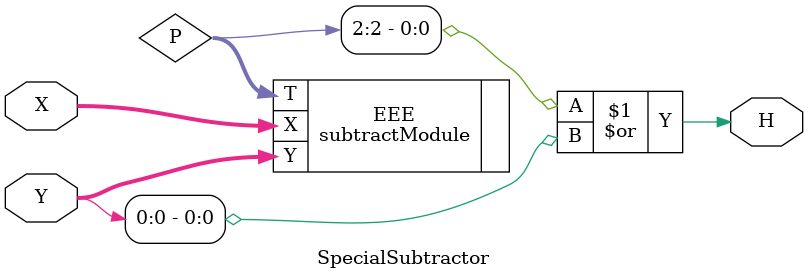
<source format=v>
module SpecialSubtractor(input [3:0]X, input [3:0]Y,output H);

	wire [4:0]P;
	subtractModule  EEE(.X(X),.Y(Y),.T(P));

	assign H = P[2]|Y[0];
	//or(H,P[2],Y[0]);

endmodule


</source>
